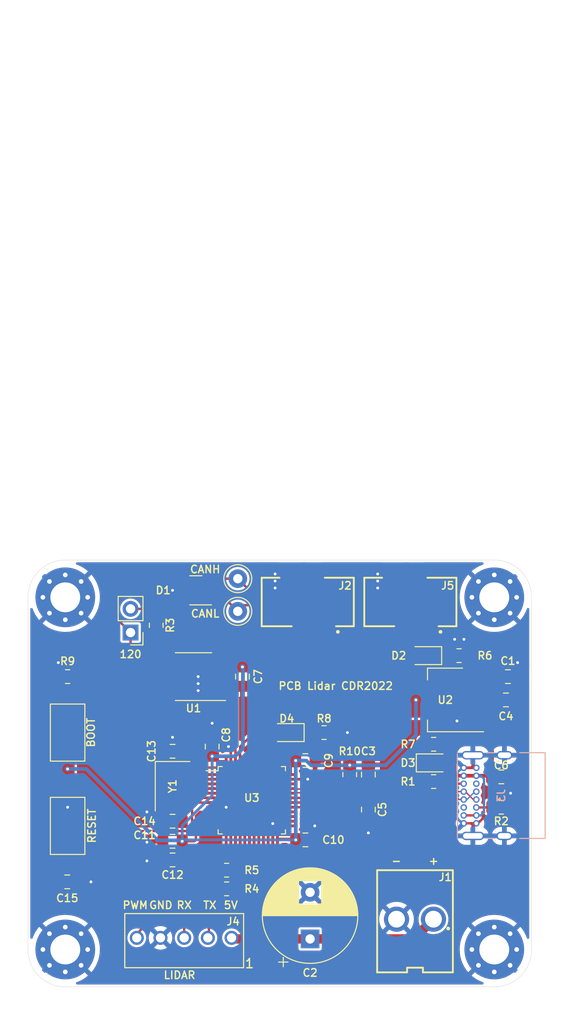
<source format=kicad_pcb>
(kicad_pcb (version 20211014) (generator pcbnew)
  (layers (0 "F.Cu" signal) (31 "B.Cu" signal) (34 "B.Paste" user) (35 "F.Paste" user) (36 "B.SilkS" user "B.Silkscreen") (37 "F.SilkS" user "F.Silkscreen") (38 "B.Mask" user) (39 "F.Mask" user) (44 "Edge.Cuts" user))
  (net 0 "")
  (net 1 "+5V")
  (net 2 "GND")
  (net 3 "+5P")
  (net 4 "/USB+")
  (net 5 "+3V3")
  (net 6 "/USB-")
  (net 7 "Net-(C13-Pad1)")
  (net 8 "Net-(C14-Pad1)")
  (net 9 "/RST")
  (net 10 "/CANH")
  (net 11 "/CANL")
  (net 12 "Net-(D2-Pad1)")
  (net 13 "Net-(D3-Pad1)")
  (net 14 "Net-(D4-Pad1)")
  (net 15 "Net-(J3-PadA5)")
  (net 17 "Net-(J3-PadB5)")
  (net 19 "Net-(J4-Pad2)")
  (net 20 "Net-(J4-Pad3)")
  (net 21 "/MOT_CONTROL")
  (net 22 "Net-(JP1-Pad2)")
  (net 23 "/RX")
  (net 24 "/TX")
  (net 25 "/BOOT0")
  (net 26 "/CANTX")
  (net 27 "/CANRX")
  (net 57 "Net-(U3-Pad37)")
  (footprint "Package_TO_SOT_SMD:SOT-223-3_TabPin2" (layer "F.Cu") (at 197.25 84.25 180)
    (fp_text reference "U2")
    (fp_text value "NCP1117-3.3_SOT223")
  )
  (footprint "Package_QFP:LQFP-48_7x7mm_P0.5mm" (layer "F.Cu") (at 176.5 95)
    (fp_text reference "U3")
    (fp_text value "STM32F302C6Tx")
  )
  (footprint "Capacitor_SMD:C_0805_2012Metric_Pad1.18x1.45mm_HandSolder" (layer "F.Cu") (at 168 89.75)
    (fp_text reference "C13")
    (fp_text value "18p")
  )
  (footprint "AREA_lib_Connector:690367290476" (layer "F.Cu") (at 193.5 73.75)
    (fp_text reference "J5")
    (fp_text value "CON_CAN")
  )
  (footprint "Resistor_SMD:R_0805_2012Metric_Pad1.20x1.40mm_HandSolder" (layer "F.Cu") (at 203.25 95.75)
    (fp_text reference "R2")
    (fp_text value "5.1k")
  )
  (footprint "Capacitor_THT:CP_Radial_D10.0mm_P5.00mm" (layer "F.Cu") (at 182.75 109.867677 90)
    (fp_text reference "C2")
    (fp_text value "100u")
  )
  (footprint "Button_Switch_SMD:SW_SPST_CK_RS282G05A3" (layer "F.Cu") (at 156.75 97.75 -90)
    (fp_text reference "RESET")
    (fp_text value "RST")
  )
  (footprint "Resistor_SMD:R_0805_2012Metric_Pad1.20x1.40mm_HandSolder" (layer "F.Cu") (at 196 89 180)
    (fp_text reference "R7")
    (fp_text value "560")
  )
  (footprint "Crystal:Crystal_SMD_5032-4Pin_5.0x3.2mm" (layer "F.Cu") (at 168 93.5 -90)
    (fp_text reference "Y1")
    (fp_text value "8MHz")
  )
  (footprint "TestPoint:TestPoint_Loop_D1.80mm_Drill1.0mm_Beaded" (layer "F.Cu") (at 175 74.75)
    (fp_text reference "CANL")
    (fp_text value "TestPoint")
  )
  (footprint "Resistor_SMD:R_0805_2012Metric_Pad1.20x1.40mm_HandSolder" (layer "F.Cu") (at 156.75 81.75)
    (fp_text reference "R9")
    (fp_text value "10k")
  )
  (footprint "Capacitor_SMD:C_0805_2012Metric_Pad1.18x1.45mm_HandSolder" (layer "F.Cu") (at 182.25 99.25)
    (fp_text reference "C10")
    (fp_text value "100n")
  )
  (footprint "Capacitor_SMD:C_0805_2012Metric_Pad1.18x1.45mm_HandSolder" (layer "F.Cu") (at 203.75 84.25)
    (fp_text reference "C4")
    (fp_text value "10u")
  )
  (footprint "MountingHole:MountingHole_3.2mm_M3_Pad_Via" (layer "F.Cu") (at 202.5 111)
    (fp_text reference "H1" hide)
    (fp_text value "MountingHole_Pad")
  )
  (footprint "AREA_lib_Connector:Wuerth_3.96mm_2pin_645002114822" (layer "F.Cu") (at 194 108.25)
    (fp_text reference "J1")
    (fp_text value "5VP")
  )
  (footprint "Resistor_SMD:R_0805_2012Metric_Pad1.20x1.40mm_HandSolder" (layer "F.Cu") (at 173.8 104.5)
    (fp_text reference "R4")
    (fp_text value "33")
  )
  (footprint "Resistor_SMD:R_0805_2012Metric_Pad1.20x1.40mm_HandSolder" (layer "F.Cu") (at 198.725 79.5 180)
    (fp_text reference "R6")
    (fp_text value "270")
  )
  (footprint "LED_SMD:LED_0805_2012Metric_Pad1.15x1.40mm_HandSolder" (layer "F.Cu") (at 195 79.5 180)
    (fp_text reference "D2")
    (fp_text value "LED_33V")
  )
  (footprint "LED_SMD:LED_0805_2012Metric_Pad1.15x1.40mm_HandSolder" (layer "F.Cu") (at 180.25 87.75 180)
    (fp_text reference "D4")
    (fp_text value "LED_DEBUG")
  )
  (footprint "Button_Switch_SMD:SW_SPST_CK_RS282G05A3" (layer "F.Cu") (at 156.75 87.75 90)
    (fp_text reference "BOOT")
    (fp_text value "BOOT")
  )
  (footprint "Connector_PinHeader_2.54mm:PinHeader_1x02_P2.54mm_Vertical" (layer "F.Cu") (at 163.5 77.025 180)
    (fp_text reference "120")
    (fp_text value "JUMPER")
  )
  (footprint "Capacitor_SMD:C_0805_2012Metric_Pad1.18x1.45mm_HandSolder" (layer "F.Cu") (at 168 97.25 180)
    (fp_text reference "C14")
    (fp_text value "18p")
  )
  (footprint "MountingHole:MountingHole_3.2mm_M3_Pad_Via" (layer "F.Cu") (at 156.5 111)
    (fp_text reference "H4" hide)
    (fp_text value "MountingHole_Pad")
  )
  (footprint "Package_SO:SOIC-8_3.9x4.9mm_P1.27mm" (layer "F.Cu") (at 170.25 81.75 180)
    (fp_text reference "U1")
    (fp_text value "SN65HVD232")
  )
  (footprint "AREA_lib_Connector:690367290476" (layer "F.Cu") (at 182.5 73.75)
    (fp_text reference "J2")
    (fp_text value "CON_CAN")
  )
  (footprint "MountingHole:MountingHole_3.2mm_M3_Pad_Via" (layer "F.Cu") (at 202.5 73.25)
    (fp_text reference "H3" hide)
    (fp_text value "MountingHole_Pad")
  )
  (footprint "Resistor_SMD:R_0805_2012Metric_Pad1.20x1.40mm_HandSolder" (layer "F.Cu") (at 184.25 87.75 180)
    (fp_text reference "R8")
    (fp_text value "270")
  )
  (footprint "Capacitor_SMD:C_0805_2012Metric_Pad1.18x1.45mm_HandSolder" (layer "F.Cu") (at 203.25 92.5)
    (fp_text reference "C6")
    (fp_text value "10u")
  )
  (footprint "Package_TO_SOT_SMD:SOT-23" (layer "F.Cu") (at 170.5 72.5 180)
    (fp_text reference "D1")
    (fp_text value "TVS")
  )
  (footprint "Resistor_SMD:R_0805_2012Metric_Pad1.20x1.40mm_HandSolder" (layer "F.Cu") (at 166.25 76.25 90)
    (fp_text reference "R3")
    (fp_text value "120")
  )
  (footprint "Resistor_SMD:R_0805_2012Metric_Pad1.20x1.40mm_HandSolder" (layer "F.Cu") (at 187 92.25 -90)
    (fp_text reference "R10")
    (fp_text value "1.5k")
  )
  (footprint "Capacitor_SMD:C_0805_2012Metric_Pad1.18x1.45mm_HandSolder" (layer "F.Cu") (at 189 96 -90)
    (fp_text reference "C5")
    (fp_text value "47p")
  )
  (footprint "MountingHole:MountingHole_3.2mm_M3_Pad_Via" (layer "F.Cu") (at 156.5 73.25)
    (fp_text reference "H2" hide)
    (fp_text value "MountingHole_Pad")
  )
  (footprint "Capacitor_SMD:C_0805_2012Metric_Pad1.18x1.45mm_HandSolder" (layer "F.Cu") (at 203.9625 81.75)
    (fp_text reference "C1")
    (fp_text value "10u")
  )
  (footprint "Capacitor_SMD:C_0805_2012Metric_Pad1.18x1.45mm_HandSolder" (layer "F.Cu") (at 182.25 90.75)
    (fp_text reference "C9")
    (fp_text value "100n")
  )
  (footprint "Capacitor_SMD:C_0805_2012Metric_Pad1.18x1.45mm_HandSolder" (layer "F.Cu") (at 172.25 89.25 90)
    (fp_text reference "C8")
    (fp_text value "100n")
  )
  (footprint "Capacitor_SMD:C_0805_2012Metric_Pad1.18x1.45mm_HandSolder" (layer "F.Cu") (at 175.5 81.75 -90)
    (fp_text reference "C7")
    (fp_text value "100n")
  )
  (footprint "Capacitor_SMD:C_0805_2012Metric_Pad1.18x1.45mm_HandSolder" (layer "F.Cu") (at 189 92.25 90)
    (fp_text reference "C3")
    (fp_text value "47p")
  )
  (footprint "AREA_lib_Connector:Wuerth_2.54mm_5pins_61900511121" (layer "F.Cu") (at 169.25 109.75)
    (fp_text reference "J4")
    (fp_text value "CON_LIDAR")
  )
  (footprint "Resistor_SMD:R_0805_2012Metric_Pad1.20x1.40mm_HandSolder" (layer "F.Cu") (at 196 93 180)
    (fp_text reference "R1")
    (fp_text value "5.1k")
  )
  (footprint "TestPoint:TestPoint_Loop_D1.80mm_Drill1.0mm_Beaded" (layer "F.Cu") (at 175 71.25)
    (fp_text reference "CANH")
    (fp_text value "TestPoint")
  )
  (footprint "Capacitor_SMD:C_0805_2012Metric_Pad1.18x1.45mm_HandSolder" (layer "F.Cu") (at 156.7125 103.75)
    (fp_text reference "C15")
    (fp_text value "100n")
  )
  (footprint "LED_SMD:LED_0805_2012Metric_Pad1.15x1.40mm_HandSolder" (layer "F.Cu") (at 196 91)
    (fp_text reference "D3")
    (fp_text value "LED_5V")
  )
  (footprint "Capacitor_SMD:C_0805_2012Metric_Pad1.18x1.45mm_HandSolder" (layer "F.Cu") (at 168 101.4 180)
    (fp_text reference "C12")
    (fp_text value "100n")
  )
  (footprint "Capacitor_SMD:C_0805_2012Metric_Pad1.18x1.45mm_HandSolder" (layer "F.Cu") (at 168 99.4 180)
    (fp_text reference "C11")
    (fp_text value "10u")
  )
  (footprint "Resistor_SMD:R_0805_2012Metric_Pad1.20x1.40mm_HandSolder" (layer "F.Cu") (at 173.8 102.5)
    (fp_text reference "R5")
    (fp_text value "33")
  )
  (footprint "Connector_USB:USB_C_Receptacle_GCT_USB4085" (layer "B.Cu") (at 199.225 91.525 -90)
    (fp_text reference "J3")
    (fp_text value "USB_C_Receptacle_USB2.0")
  )
  (gr_arc (start 156.5 115) (mid 153.671573 113.828427) (end 152.5 111) (layer "Edge.Cuts") (width 0.0381))
  (gr_line (start 156.5 115) (end 202.5 115) (layer "Edge.Cuts") (width 0.0381))
  (gr_line (start 206.5 111) (end 206.5 73.25) (layer "Edge.Cuts") (width 0.0381))
  (gr_arc (start 202.5 69.25) (mid 205.328427 70.421573) (end 206.5 73.25) (layer "Edge.Cuts") (width 0.0381))
  (gr_line (start 152.5 111) (end 152.5 73.25) (layer "Edge.Cuts") (width 0.0381))
  (gr_arc (start 152.5 73.25) (mid 153.671573 70.421573) (end 156.5 69.25) (layer "Edge.Cuts") (width 0.0381))
  (gr_line (start 156.5 69.25) (end 202.5 69.25) (layer "Edge.Cuts") (width 0.0381))
  (gr_arc (start 206.5 111) (mid 205.328427 113.828427) (end 202.5 115) (layer "Edge.Cuts") (width 0.0381))
  (gr_text "GND" (at 166.75 106.25) (layer "F.SilkS") (effects (font (size 0.8128 0.8128) (thickness 0.1524))))
  (gr_text "RX" (at 169.25 106.25) (layer "F.SilkS") (effects (font (size 0.8128 0.8128) (thickness 0.1524))))
  (gr_text "PCB Lidar CDR2022" (at 185.5 82.75) (layer "F.SilkS") (effects (font (size 0.8128 0.8128) (thickness 0.1524))))
  (gr_text "PWM" (at 164 106.25) (layer "F.SilkS") (effects (font (size 0.8128 0.8128) (thickness 0.1524))))
  (gr_text "-" (at 192 101.5) (layer "F.SilkS") (effects (font (size 0.8128 0.8128) (thickness 0.1524))))
  (gr_text "+" (at 196 101.5) (layer "F.SilkS") (effects (font (size 0.8128 0.8128) (thickness 0.1524))))
  (gr_text "5V" (at 174.25 106.25) (layer "F.SilkS") (effects (font (size 0.8128 0.8128) (thickness 0.1524))))
  (gr_text "TX" (at 172 106.25) (layer "F.SilkS") (effects (font (size 0.8128 0.8128) (thickness 0.1524))))
  (gr_text "LIDAR" (at 168.75 113.75) (layer "F.SilkS") (effects (font (size 0.8128 0.8128) (thickness 0.1524))))
  (segment (start 199.225 96.625) (end 200.575 96.625) (width 0.25) (layer "F.Cu") (net 1))
  (segment (start 202.2125 92.5) (end 202.25 92.4625) (width 0.4) (layer "F.Cu") (net 1))
  (segment (start 195.405 77.895) (end 195.1 78.2) (width 0.4) (layer "F.Cu") (net 1))
  (segment (start 203.75 86.75) (end 203.75 82.575) (width 0.4) (layer "F.Cu") (net 1))
  (segment (start 198 91) (end 198.25 91.25) (width 0.4) (layer "F.Cu") (net 1))
  (segment (start 200.575 92.375) (end 199.225 92.375) (width 0.4) (layer "F.Cu") (net 1))
  (segment (start 200.575 92.375) (end 202.0875 92.375) (width 0.4) (layer "F.Cu") (net 1))
  (segment (start 202.725 81.95) (end 202.925 81.75) (width 0.4) (layer "F.Cu") (net 1))
  (segment (start 201 81.35) (end 200.4 81.95) (width 0.4) (layer "F.Cu") (net 1))
  (segment (start 199.25 76) (end 201 77.75) (width 0.4) (layer "F.Cu") (net 1))
  (segment (start 195.1 78.2) (end 184.9 78.2) (width 0.4) (layer "F.Cu") (net 1))
  (segment (start 184.9 78.2) (end 184.405 77.705) (width 0.4) (layer "F.Cu") (net 1))
  (segment (start 198.625 92.375) (end 199.225 92.375) (width 0.4) (layer "F.Cu") (net 1))
  (segment (start 202.0875 92.375) (end 202.2125 92.5) (width 0.4) (layer "F.Cu") (net 1))
  (segment (start 202.25 88.25) (end 203.75 86.75) (width 0.4) (layer "F.Cu") (net 1))
  (segment (start 200.4 81.95) (end 202.725 81.95) (width 0.4) (layer "F.Cu") (net 1))
  (segment (start 203.75 82.575) (end 202.925 81.75) (width 0.4) (layer "F.Cu") (net 1))
  (segment (start 198.25 92) (end 198.625 92.375) (width 0.4) (layer "F.Cu") (net 1))
  (segment (start 202.25 92.4625) (end 202.25 88.25) (width 0.4) (layer "F.Cu") (net 1))
  (segment (start 184.405 77.705) (end 184.405 76) (width 0.4) (layer "F.Cu") (net 1))
  (segment (start 195.405 76) (end 195.405 77.895) (width 0.4) (layer "F.Cu") (net 1))
  (segment (start 201 77.75) (end 201 81.35) (width 0.4) (layer "F.Cu") (net 1))
  (segment (start 195.405 76) (end 199.25 76) (width 0.4) (layer "F.Cu") (net 1))
  (segment (start 198.25 91.25) (end 198.25 92) (width 0.4) (layer "F.Cu") (net 1))
  (segment (start 197.025 91) (end 198 91) (width 0.4) (layer "F.Cu") (net 1))
  (segment (start 200.575 96.625) (end 201.069974 96.625) (width 0.25) (layer "B.Cu") (net 1))
  (segment (start 201.4 96.294974) (end 201.4 92.7) (width 0.25) (layer "B.Cu") (net 1))
  (segment (start 201.069974 96.625) (end 201.4 96.294974) (width 0.25) (layer "B.Cu") (net 1))
  (segment (start 201.075 92.375) (end 200.575 92.375) (width 0.25) (layer "B.Cu") (net 1))
  (segment (start 201.4 92.7) (end 201.075 92.375) (width 0.25) (layer "B.Cu") (net 1))
  (segment (start 200.025 91.525) (end 200.205 91.345) (width 0.3) (layer "F.Cu") (net 2))
  (segment (start 200.205 97.655) (end 200.205 98.825) (width 0.3) (layer "F.Cu") (net 2))
  (segment (start 174.25 89.5) (end 174.25 90.8375) (width 0.25) (layer "F.Cu") (net 2))
  (segment (start 199.25 91.5) (end 199.275 91.525) (width 0.25) (layer "F.Cu") (net 2))
  (segment (start 200.575 97.475) (end 200.205 97.845) (width 0.3) (layer "F.Cu") (net 2))
  (segment (start 200.205 91.155) (end 200.575 91.525) (width 0.3) (layer "F.Cu") (net 2))
  (segment (start 178.75 97.5) (end 178.75 99.1625) (width 0.3) (layer "F.Cu") (net 2))
  (segment (start 200.205 97.845) (end 200.205 98.825) (width 0.3) (layer "F.Cu") (net 2))
  (segment (start 200.025 97.475) (end 200.205 97.655) (width 0.3) (layer "F.Cu") (net 2))
  (segment (start 200.025 97.475) (end 200.575 97.475) (width 0.25) (layer "F.Cu") (net 2))
  (segment (start 199.225 97.475) (end 200.025 97.475) (width 0.25) (layer "F.Cu") (net 2))
  (segment (start 200.025 91.525) (end 199.225 91.525) (width 0.3) (layer "F.Cu") (net 2))
  (segment (start 172.725 82.385) (end 175.0975 82.385) (width 0.3) (layer "F.Cu") (net 2))
  (segment (start 175.0975 82.385) (end 175.5 82.7875) (width 0.3) (layer "F.Cu") (net 2))
  (segment (start 200.205 90.175) (end 200.205 91.155) (width 0.3) (layer "F.Cu") (net 2))
  (segment (start 180.6625 92.75) (end 182.5 92.75) (width 0.25) (layer "F.Cu") (net 2))
  (segment (start 200.205 91.345) (end 200.205 90.175) (width 0.3) (layer "F.Cu") (net 2))
  (segment (start 199.275 91.525) (end 200.575 91.525) (width 0.25) (layer "F.Cu") (net 2))
  (segment (start 200.575 91.525) (end 200.025 91.525) (width 0.3) (layer "F.Cu") (net 2))
  (segment (start 172.3375 95.75) (end 173.75 95.75) (width 0.3) (layer "F.Cu") (net 2))
  (segment (start 174 89.25) (end 174.25 89.5) (width 0.25) (layer "F.Cu") (net 2))
  (via (at 159.25 103.75) (size 0.6) (drill 0.3) (layers "F.Cu" "B.Cu") (net 2))
  (via (at 183.25 97.75) (size 0.6) (drill 0.3) (layers "F.Cu" "B.Cu") (net 2))
  (via (at 174 89.25) (size 0.6) (drill 0.3) (layers "F.Cu" "B.Cu") (net 2))
  (via (at 190 71.5) (size 0.6) (drill 0.3) (layers "F.Cu" "B.Cu") (net 2))
  (via (at 179 72.25) (size 0.6) (drill 0.3) (layers "F.Cu" "B.Cu") (net 2))
  (via (at 179 71.5) (size 0.6) (drill 0.3) (layers "F.Cu" "B.Cu") (net 2))
  (via (at 155.75 80.25) (size 0.6) (drill 0.3) (layers "F.Cu" "B.Cu") (net 2))
  (via (at 205 80.25) (size 0.6) (drill 0.3) (layers "F.Cu" "B.Cu") (net 2))
  (via (at 178.75 97.5) (size 0.6) (drill 0.3) (layers "F.Cu" "B.Cu") (net 2))
  (via (at 190 72.25) (size 0.6) (drill 0.3) (layers "F.Cu" "B.Cu") (net 2))
  (via (at 168 72.5) (size 0.6) (drill 0.3) (layers "F.Cu" "B.Cu") (net 2))
  (via (at 173.75 95.75) (size 0.6) (drill 0.3) (layers "F.Cu" "B.Cu") (net 2))
  (via (at 198.25 77.75) (size 0.6) (drill 0.3) (layers "F.Cu" "B.Cu") (net 2))
  (via (at 172.25 86.75) (size 0.6) (drill 0.3) (layers "F.Cu" "B.Cu") (net 2))
  (via (at 179 70.75) (size 0.6) (drill 0.3) (layers "F.Cu" "B.Cu") (net 2))
  (via (at 168 88.25) (size 0.6) (drill 0.3) (layers "F.Cu" "B.Cu") (net 2))
  (via (at 170.75 82.5) (size 0.6) (drill 0.3) (layers "F.Cu" "B.Cu") (net 2))
  (via (at 170.75 83.25) (size 0.6) (drill 0.3) (layers "F.Cu" "B.Cu") (net 2))
  (via (at 190 70.75) (size 0.6) (drill 0.3) (layers "F.Cu" "B.Cu") (net 2))
  (via (at 156.75 95.75) (size 0.6) (drill 0.3) (layers "F.Cu" "B.Cu") (net 2))
  (via (at 186.75 87.75) (size 0.6) (drill 0.3) (layers "F.Cu" "B.Cu") (net 2))
  (via (at 170.75 81.75) (size 0.6) (drill 0.3) (layers "F.Cu" "B.Cu") (net 2))
  (via (at 165.25 99.5) (size 0.6) (drill 0.3) (layers "F.Cu" "B.Cu") (net 2))
  (via (at 204.25 94.25) (size 0.6) (drill 0.3) (layers "F.Cu" "B.Cu") (net 2))
  (via (at 189 98.5) (size 0.6) (drill 0.3) (layers "F.Cu" "B.Cu") (net 2))
  (via (at 165.25 101.5) (size 0.6) (drill 0.3) (layers "F.Cu" "B.Cu") (net 2))
  (via (at 182.5 92.75) (size 0.6) (drill 0.3) (layers "F.Cu" "B.Cu") (net 2))
  (via (at 198.5 86.5) (size 0.6) (drill 0.3) (layers "F.Cu" "B.Cu") (net 2))
  (via (at 199.25 77.75) (size 0.6) (drill 0.3) (layers "F.Cu" "B.Cu") (net 2))
  (via (at 165.25 96.25) (size 0.6) (drill 0.3) (layers "F.Cu" "B.Cu") (net 2))
  (segment (start 182.75 109.867677) (end 193.862323 109.867677) (width 1) (layer "F.Cu") (net 3))
  (segment (start 174.447677 109.867677) (end 174.33 109.75) (width 1) (layer "F.Cu") (net 3))
  (segment (start 182.75 109.867677) (end 174.447677 109.867677) (width 1) (layer "F.Cu") (net 3))
  (segment (start 193.862323 109.867677) (end 195.98 107.75) (width 1) (layer "F.Cu") (net 3))
  (segment (start 198.246799 93.921799) (end 189.634299 93.921799) (width 0.1524) (layer "F.Cu") (net 4))
  (segment (start 199.225 94.075) (end 198.4 94.075) (width 0.1524) (layer "F.Cu") (net 4))
  (segment (start 198.4 94.075) (end 198.246799 93.921799) (width 0.1524) (layer "F.Cu") (net 4))
  (segment (start 200.25 94.925) (end 200.575 94.925) (width 0.15) (layer "F.Cu") (net 4))
  (segment (start 185.2 93.7968) (end 185.3032 93.7968) (width 0.15) (layer "F.Cu") (net 4))
  (segment (start 180.709299 93.796799) (end 180.796799 93.796799) (width 0.15) (layer "F.Cu") (net 4))
  (segment (start 199.4 94.075) (end 200.25 94.925) (width 0.15) (layer "F.Cu") (net 4))
  (segment (start 189 93.2875) (end 187.0375 93.2875) (width 0.15) (layer "F.Cu") (net 4))
  (segment (start 180.6625 93.75) (end 180.709299 93.796799) (width 0.15) (layer "F.Cu") (net 4))
  (segment (start 189.634299 93.921799) (end 189 93.2875) (width 0.1524) (layer "F.Cu") (net 4))
  (segment (start 187 93.25) (end 185.85 93.25) (width 0.15) (layer "F.Cu") (net 4))
  (segment (start 187.0375 93.2875) (end 187 93.25) (width 0.15) (layer "F.Cu") (net 4))
  (segment (start 185.3032 93.7968) (end 185.85 93.25) (width 0.15) (layer "F.Cu") (net 4))
  (segment (start 199.225 94.075) (end 199.4 94.075) (width 0.15) (layer "F.Cu") (net 4))
  (segment (start 180.796799 93.796799) (end 185.2 93.7968) (width 0.1524) (layer "F.Cu") (net 4))
  (segment (start 181.125 99.1625) (end 181.2125 99.25) (width 0.3) (layer "F.Cu") (net 5))
  (segment (start 173.75 90.8375) (end 172.8 90.8375) (width 0.3) (layer "F.Cu") (net 5))
  (segment (start 173.985 81.115) (end 174.3875 80.7125) (width 0.3) (layer "F.Cu") (net 5))
  (segment (start 180.6625 92.25) (end 180.6625 91.3) (width 0.3) (layer "F.Cu") (net 5))
  (segment (start 193.975 79.5) (end 194.1 79.625) (width 0.25) (layer "F.Cu") (net 5))
  (segment (start 170.5 99.25) (end 170.349998 99.400002) (width 0.25) (layer "F.Cu") (net 5))
  (segment (start 202.7125 84.25) (end 200.4 84.25) (width 0.4) (layer "F.Cu") (net 5))
  (segment (start 179.25 99.1625) (end 181.125 99.1625) (width 0.3) (layer "F.Cu") (net 5))
  (segment (start 174.3875 80.7125) (end 175.5 80.7125) (width 0.3) (layer "F.Cu") (net 5))
  (segment (start 180.6625 91.3) (end 181.2125 90.75) (width 0.3) (layer "F.Cu") (net 5))
  (segment (start 200.4 84.25) (end 194.1 84.25) (width 0.6) (layer "F.Cu") (net 5))
  (segment (start 172.725 81.115) (end 173.985 81.115) (width 0.3) (layer "F.Cu") (net 5))
  (segment (start 170.5 96.7) (end 170.5 99.25) (width 0.25) (layer "F.Cu") (net 5))
  (segment (start 172.3375 96.25) (end 170.95 96.25) (width 0.25) (layer "F.Cu") (net 5))
  (segment (start 194.1 79.625) (end 194.1 84.25) (width 0.25) (layer "F.Cu") (net 5))
  (segment (start 169.0375 101.3) (end 169.0375 99.400002) (width 0.25) (layer "F.Cu") (net 5))
  (segment (start 170.349998 99.400002) (end 169.0375 99.400002) (width 0.25) (layer "F.Cu") (net 5))
  (segment (start 170.95 96.25) (end 170.5 96.7) (width 0.25) (layer "F.Cu") (net 5))
  (segment (start 172.8 90.8375) (end 172.25 90.2875) (width 0.3) (layer "F.Cu") (net 5))
  (via (at 169.0375 99.400002) (size 0.6) (drill 0.3) (layers "F.Cu" "B.Cu") (net 5))
  (via (at 187 91.25) (size 0.6) (drill 0.3) (layers "F.Cu" "B.Cu") (net 5))
  (via (at 172.25 90.2875) (size 0.6) (drill 0.3) (layers "F.Cu" "B.Cu") (net 5))
  (via (at 156.75 91.65) (size 0.6) (drill 0.3) (layers "F.Cu" "B.Cu") (net 5))
  (via (at 194.1 84.25) (size 0.6) (drill 0.3) (layers "F.Cu" "B.Cu") (net 5))
  (via (at 181.2125 99.25) (size 0.6) (drill 0.3) (layers "F.Cu" "B.Cu") (net 5))
  (via (at 181.2125 90.75) (size 0.6) (drill 0.3) (layers "F.Cu" "B.Cu") (net 5))
  (via (at 175.5 80.7125) (size 0.6) (drill 0.3) (layers "F.Cu" "B.Cu") (net 5))
  (segment (start 169.0375 97.7125) (end 169.0375 99.400002) (width 0.3) (layer "B.Cu") (net 5))
  (segment (start 182.85 91.25) (end 182.35 90.75) (width 0.4) (layer "B.Cu") (net 5))
  (segment (start 166.35 99.3) (end 168.937498 99.3) (width 0.4) (layer "B.Cu") (net 5))
  (segment (start 158.75 91.65) (end 156.75 91.65) (width 0.4) (layer "B.Cu") (net 5))
  (segment (start 182.35 90.75) (end 181.2125 90.75) (width 0.4) (layer "B.Cu") (net 5))
  (segment (start 194.1 88) (end 190.85 91.25) (width 0.4) (layer "B.Cu") (net 5))
  (segment (start 175.5 80.7125) (end 175.55 80.7625) (width 0.4) (layer "B.Cu") (net 5))
  (segment (start 175.55 89.45) (end 174.7125 90.2875) (width 0.4) (layer "B.Cu") (net 5))
  (segment (start 181.2125 90.75) (end 181.2125 99.25) (width 0.4) (layer "B.Cu") (net 5))
  (segment (start 169.0375 99.400002) (end 169.187502 99.25) (width 0.3) (layer "B.Cu") (net 5))
  (segment (start 172.25 90.2875) (end 172.25 94.5) (width 0.3) (layer "B.Cu") (net 5))
  (segment (start 169.137502 99.3) (end 169.0375 99.400002) (width 0.4) (layer "B.Cu") (net 5))
  (segment (start 172.25 94.5) (end 169.0375 97.7125) (width 0.3) (layer "B.Cu") (net 5))
  (segment (start 168.937498 99.3) (end 169.0375 99.400002) (width 0.4) (layer "B.Cu") (net 5))
  (segment (start 166.35 99.25) (end 158.75 91.65) (width 0.4) (layer "B.Cu") (net 5))
  (segment (start 187 91.25) (end 182.85 91.25) (width 0.4) (layer "B.Cu") (net 5))
  (segment (start 190.85 91.25) (end 187 91.25) (width 0.4) (layer "B.Cu") (net 5))
  (segment (start 169.187502 99.25) (end 181.2125 99.25) (width 0.3) (layer "B.Cu") (net 5))
  (segment (start 174.7125 90.2875) (end 172.25 90.2875) (width 0.4) (layer "B.Cu") (net 5))
  (segment (start 175.55 80.7625) (end 175.55 89.45) (width 0.4) (layer "B.Cu") (net 5))
  (segment (start 194.1 84.25) (end 194.1 88) (width 0.4) (layer "B.Cu") (net 5))
  (segment (start 198.725 94.925) (end 198.128201 94.328201) (width 0.1524) (layer "F.Cu") (net 6))
  (segment (start 186.0625 94.9625) (end 186.2 94.9625) (width 0.15) (layer "F.Cu") (net 6))
  (segment (start 189.634299 94.328201) (end 189 94.9625) (width 0.1524) (layer "F.Cu") (net 6))
  (segment (start 185.3032 94.2032) (end 186.0625 94.9625) (width 0.15) (layer "F.Cu") (net 6))
  (segment (start 180.796799 94.203201) (end 185.2 94.2032) (width 0.1524) (layer "F.Cu") (net 6))
  (segment (start 198.128201 94.328201) (end 189.634299 94.328201) (width 0.1524) (layer "F.Cu") (net 6))
  (segment (start 189 94.9625) (end 186.0625 94.9625) (width 0.15) (layer "F.Cu") (net 6))
  (segment (start 180.709299 94.203201) (end 180.796799 94.203201) (width 0.15) (layer "F.Cu") (net 6))
  (segment (start 199.225 94.925) (end 198.725 94.925) (width 0.1524) (layer "F.Cu") (net 6))
  (segment (start 180.6625 94.25) (end 180.709299 94.203201) (width 0.15) (layer "F.Cu") (net 6))
  (segment (start 185.2 94.2032) (end 185.3032 94.2032) (width 0.15) (layer "F.Cu") (net 6))
  (segment (start 199.225 94.925) (end 199.575 94.925) (width 0.15) (layer "B.Cu") (net 6))
  (segment (start 199.575 94.925) (end 200.425 94.075) (width 0.15) (layer "B.Cu") (net 6))
  (segment (start 200.425 94.075) (end 200.575 94.075) (width 0.15) (layer "B.Cu") (net 6))
  (segment (start 170.232466 93.2) (end 168.2 93.2) (width 0.25) (layer "F.Cu") (net 7))
  (segment (start 166.9625 91.8125) (end 167 91.85) (width 0.25) (layer "F.Cu") (net 7))
  (segment (start 171.282466 94.25) (end 170.232466 93.2) (width 0.25) (layer "F.Cu") (net 7))
  (segment (start 166.9625 89.75) (end 166.9625 91.8125) (width 0.25) (layer "F.Cu") (net 7))
  (segment (start 172.3375 94.25) (end 171.282466 94.25) (width 0.25) (layer "F.Cu") (net 7))
  (segment (start 167 92) (end 167 91.85) (width 0.25) (layer "F.Cu") (net 7))
  (segment (start 168.2 93.2) (end 167 92) (width 0.25) (layer "F.Cu") (net 7))
  (segment (start 169 94) (end 169.3 93.7) (width 0.25) (layer "F.Cu") (net 8))
  (segment (start 169.0375 95.1875) (end 169 95.15) (width 0.25) (layer "F.Cu") (net 8))
  (segment (start 169.9 93.7) (end 170.95 94.75) (width 0.25) (layer "F.Cu") (net 8))
  (segment (start 170.95 94.75) (end 172.3375 94.75) (width 0.25) (layer "F.Cu") (net 8))
  (segment (start 169.0375 97.25) (end 169.0375 95.1875) (width 0.25) (layer "F.Cu") (net 8))
  (segment (start 169.3 93.7) (end 169.9 93.7) (width 0.25) (layer "F.Cu") (net 8))
  (segment (start 169 95.15) (end 169 94) (width 0.25) (layer "F.Cu") (net 8))
  (segment (start 170.75 95.25) (end 170.1 95.9) (width 0.25) (layer "F.Cu") (net 9))
  (segment (start 170.1 95.9) (end 170.1 98) (width 0.25) (layer "F.Cu") (net 9))
  (segment (start 155.675 103.75) (end 155.675 102.625) (width 0.25) (layer "F.Cu") (net 9))
  (segment (start 170.1 98) (end 169.8 98.3) (width 0.25) (layer "F.Cu") (net 9))
  (segment (start 160.1 98.3) (end 156.75 101.65) (width 0.25) (layer "F.Cu") (net 9))
  (segment (start 169.8 98.3) (end 160.1 98.3) (width 0.25) (layer "F.Cu") (net 9))
  (segment (start 155.675 102.625) (end 156.65 101.65) (width 0.25) (layer "F.Cu") (net 9))
  (segment (start 172.3375 95.25) (end 170.75 95.25) (width 0.25) (layer "F.Cu") (net 9))
  (segment (start 156.65 101.65) (end 156.75 101.65) (width 0.25) (layer "F.Cu") (net 9))
  (segment (start 194.135 73.265) (end 194.135 71.5) (width 0.25) (layer "F.Cu") (net 10))
  (segment (start 163.5 80.25) (end 163.5 77.025) (width 0.25) (layer "F.Cu") (net 10))
  (segment (start 183.135 73.265) (end 183.135 71.5) (width 0.25) (layer "F.Cu") (net 10))
  (segment (start 173.25 71.55) (end 173.55 71.25) (width 0.25) (layer "F.Cu") (net 10))
  (segment (start 163.5 77.025) (end 162.25 75.775) (width 0.25) (layer "F.Cu") (net 10))
  (segment (start 171.3875 71.5) (end 171.4375 71.55) (width 0.25) (layer "F.Cu") (net 10))
  (segment (start 193.9 73.5) (end 194.135 73.265) (width 0.25) (layer "F.Cu") (net 10))
  (segment (start 183.4 73.5) (end 193.9 73.5) (width 0.25) (layer "F.Cu") (net 10))
  (segment (start 162.25 73.75) (end 164.5 71.5) (width 0.25) (layer "F.Cu") (net 10))
  (segment (start 164.5 71.5) (end 171.3875 71.5) (width 0.25) (layer "F.Cu") (net 10))
  (segment (start 165.635 82.385) (end 163.5 80.25) (width 0.25) (layer "F.Cu") (net 10))
  (segment (start 183.135 71.5) (end 183.135 73.235) (width 0.25) (layer "F.Cu") (net 10))
  (segment (start 167.775 82.385) (end 165.635 82.385) (width 0.25) (layer "F.Cu") (net 10))
  (segment (start 182.9 73.5) (end 183.135 73.265) (width 0.25) (layer "F.Cu") (net 10))
  (segment (start 183.135 73.235) (end 183.4 73.5) (width 0.25) (layer "F.Cu") (net 10))
  (segment (start 177.25 73.5) (end 182.9 73.5) (width 0.25) (layer "F.Cu") (net 10))
  (segment (start 162.25 75.775) (end 162.25 73.75) (width 0.25) (layer "F.Cu") (net 10))
  (segment (start 173.55 71.25) (end 175 71.25) (width 0.25) (layer "F.Cu") (net 10))
  (segment (start 171.4375 71.55) (end 173.25 71.55) (width 0.25) (layer "F.Cu") (net 10))
  (segment (start 175 71.25) (end 177.25 73.5) (width 0.25) (layer "F.Cu") (net 10))
  (segment (start 166 77.5) (end 166.25 77.25) (width 0.25) (layer "F.Cu") (net 11))
  (segment (start 166.5 77.25) (end 170.3 73.45) (width 0.25) (layer "F.Cu") (net 11))
  (segment (start 170.75 73.45) (end 171.4375 73.45) (width 0.25) (layer "F.Cu") (net 11))
  (segment (start 170.3 73.45) (end 171.4375 73.45) (width 0.25) (layer "F.Cu") (net 11))
  (segment (start 192.865 74.365) (end 192.865 76) (width 0.25) (layer "F.Cu") (net 11))
  (segment (start 175.65 74.1) (end 175 74.75) (width 0.25) (layer "F.Cu") (net 11))
  (segment (start 166.25 77.25) (end 166.5 77.25) (width 0.25) (layer "F.Cu") (net 11))
  (segment (start 192.6 74.1) (end 192.865 74.365) (width 0.25) (layer "F.Cu") (net 11))
  (segment (start 167.775 81.115) (end 166.615 81.115) (width 0.25) (layer "F.Cu") (net 11))
  (segment (start 181.865 76) (end 181.865 74.265) (width 0.25) (layer "F.Cu") (net 11))
  (segment (start 171.4375 73.45) (end 173.7 73.45) (width 0.25) (layer "F.Cu") (net 11))
  (segment (start 166.615 81.115) (end 166 80.5) (width 0.25) (layer "F.Cu") (net 11))
  (segment (start 173.7 73.45) (end 175 74.75) (width 0.25) (layer "F.Cu") (net 11))
  (segment (start 181.865 74.265) (end 182.03 74.1) (width 0.25) (layer "F.Cu") (net 11))
  (segment (start 181.865 74.265) (end 181.7 74.1) (width 0.25) (layer "F.Cu") (net 11))
  (segment (start 181.7 74.1) (end 175.65 74.1) (width 0.25) (layer "F.Cu") (net 11))
  (segment (start 182.03 74.1) (end 192.6 74.1) (width 0.25) (layer "F.Cu") (net 11))
  (segment (start 166 80.5) (end 166 77.5) (width 0.25) (layer "F.Cu") (net 11))
  (segment (start 196.025 79.5) (end 197.725 79.5) (width 0.25) (layer "F.Cu") (net 12))
  (segment (start 195 89) (end 195 90.975) (width 0.25) (layer "F.Cu") (net 13))
  (segment (start 195 90.975) (end 194.975 91) (width 0.25) (layer "F.Cu") (net 13))
  (segment (start 181.275 87.75) (end 183.25 87.75) (width 0.25) (layer "F.Cu") (net 14))
  (segment (start 198 93) (end 198.225 93.225) (width 0.25) (layer "F.Cu") (net 15))
  (segment (start 197 93) (end 198 93) (width 0.25) (layer "F.Cu") (net 15))
  (segment (start 198.225 93.225) (end 199.225 93.225) (width 0.25) (layer "F.Cu") (net 15))
  (segment (start 200.575 95.775) (end 202.225 95.775) (width 0.25) (layer "F.Cu") (net 17))
  (segment (start 202.225 95.775) (end 202.25 95.75) (width 0.25) (layer "F.Cu") (net 17))
  (segment (start 171.9 109.64) (end 171.79 109.75) (width 0.25) (layer "F.Cu") (net 19))
  (segment (start 172.8 104.5) (end 172.8 105.5) (width 0.25) (layer "F.Cu") (net 19))
  (segment (start 172.8 105.5) (end 171.9 106.4) (width 0.25) (layer "F.Cu") (net 19))
  (segment (start 171.9 106.4) (end 171.9 109.64) (width 0.25) (layer "F.Cu") (net 19))
  (segment (start 169.25 105.05) (end 169.25 109.75) (width 0.25) (layer "F.Cu") (net 20))
  (segment (start 172.8 102.5) (end 171.8 102.5) (width 0.25) (layer "F.Cu") (net 20))
  (segment (start 171.8 102.5) (end 169.25 105.05) (width 0.25) (layer "F.Cu") (net 20))
  (segment (start 184.7 100.2) (end 183.8 101.1) (width 0.25) (layer "F.Cu") (net 21))
  (segment (start 180.6625 95.75) (end 183.15 95.75) (width 0.25) (layer "F.Cu") (net 21))
  (segment (start 164.17 109.33) (end 164.17 109.75) (width 0.25) (layer "F.Cu") (net 21))
  (segment (start 172.4 101.1) (end 164.17 109.33) (width 0.25) (layer "F.Cu") (net 21))
  (segment (start 183.8 101.1) (end 172.4 101.1) (width 0.25) (layer "F.Cu") (net 21))
  (segment (start 183.15 95.75) (end 184.7 97.3) (width 0.25) (layer "F.Cu") (net 21))
  (segment (start 184.7 97.3) (end 184.7 100.2) (width 0.25) (layer "F.Cu") (net 21))
  (segment (start 165.485 74.485) (end 166.25 75.25) (width 0.25) (layer "F.Cu") (net 22))
  (segment (start 163.5 74.485) (end 165.485 74.485) (width 0.25) (layer "F.Cu") (net 22))
  (segment (start 180.6625 94.75) (end 184.45 94.75) (width 0.25) (layer "F.Cu") (net 23))
  (segment (start 176.5 104.5) (end 174.8 104.5) (width 0.25) (layer "F.Cu") (net 23))
  (segment (start 184.45 94.75) (end 186.5 96.8) (width 0.25) (layer "F.Cu") (net 23))
  (segment (start 186.5 101) (end 184.2 103.3) (width 0.25) (layer "F.Cu") (net 23))
  (segment (start 186.5 96.8) (end 186.5 101) (width 0.25) (layer "F.Cu") (net 23))
  (segment (start 177.7 103.3) (end 176.5 104.5) (width 0.25) (layer "F.Cu") (net 23))
  (segment (start 184.2 103.3) (end 177.7 103.3) (width 0.25) (layer "F.Cu") (net 23))
  (segment (start 185.6 100.6) (end 185.6 97) (width 0.25) (layer "F.Cu") (net 24))
  (segment (start 183.85 95.25) (end 180.6625 95.25) (width 0.25) (layer "F.Cu") (net 24))
  (segment (start 174.8 102.5) (end 183.7 102.5) (width 0.25) (layer "F.Cu") (net 24))
  (segment (start 183.7 102.5) (end 185.6 100.6) (width 0.25) (layer "F.Cu") (net 24))
  (segment (start 185.6 97) (end 183.85 95.25) (width 0.25) (layer "F.Cu") (net 24))
  (segment (start 156.75 82.75) (end 156.75 83.85) (width 0.25) (layer "F.Cu") (net 25))
  (segment (start 156.75 83.85) (end 166.025 83.85) (width 0.25) (layer "F.Cu") (net 25))
  (segment (start 170.8 88.625) (end 170.8 90.7) (width 0.25) (layer "F.Cu") (net 25))
  (segment (start 166.025 83.85) (end 170.8 88.625) (width 0.25) (layer "F.Cu") (net 25))
  (segment (start 171.6 91.5) (end 173 91.5) (width 0.25) (layer "F.Cu") (net 25))
  (segment (start 170.8 90.7) (end 171.6 91.5) (width 0.25) (layer "F.Cu") (net 25))
  (segment (start 173 91.5) (end 173.6 92.1) (width 0.25) (layer "F.Cu") (net 25))
  (segment (start 157.75 81.75) (end 156.75 82.75) (width 0.25) (layer "F.Cu") (net 25))
  (segment (start 173.6 92.1) (end 175.6 92.1) (width 0.25) (layer "F.Cu") (net 25))
  (segment (start 175.6 92.1) (end 175.75 91.95) (width 0.25) (layer "F.Cu") (net 25))
  (segment (start 175.75 91.95) (end 175.75 90.8375) (width 0.25) (layer "F.Cu") (net 25))
  (segment (start 172.725 83.655) (end 174.255 83.655) (width 0.25) (layer "F.Cu") (net 26))
  (segment (start 174.255 83.655) (end 174.75 84.15) (width 0.25) (layer "F.Cu") (net 26))
  (segment (start 174.75 84.15) (end 174.75 90.8375) (width 0.25) (layer "F.Cu") (net 26))
  (segment (start 177 80.2) (end 177 87.5) (width 0.25) (layer "F.Cu") (net 27))
  (segment (start 175.25 89.25) (end 175.25 90.8375) (width 0.25) (layer "F.Cu") (net 27))
  (segment (start 173.07 79.5) (end 176.3 79.5) (width 0.25) (layer "F.Cu") (net 27))
  (segment (start 172.725 79.845) (end 173.07 79.5) (width 0.25) (layer "F.Cu") (net 27))
  (segment (start 176.3 79.5) (end 177 80.2) (width 0.25) (layer "F.Cu") (net 27))
  (segment (start 177 87.5) (end 175.25 89.25) (width 0.25) (layer "F.Cu") (net 27))
  (segment (start 179.25 87.775) (end 179.225 87.75) (width 0.25) (layer "F.Cu") (net 57))
  (segment (start 179.25 90.8375) (end 179.25 87.775) (width 0.25) (layer "F.Cu") (net 57))
  (zone (net 2) (net_name "GND") (layers F&B.Cu) (connect_pads (clearance 0.254)) (min_thickness 0.254) (fill yes (thermal_gap 0.508) (thermal_bridge_width 0.508))
    (polygon (pts (xy 209.75 119) (xy 149.5 119) (xy 149.5 68) (xy 209.75 68)))
  )
)
</source>
